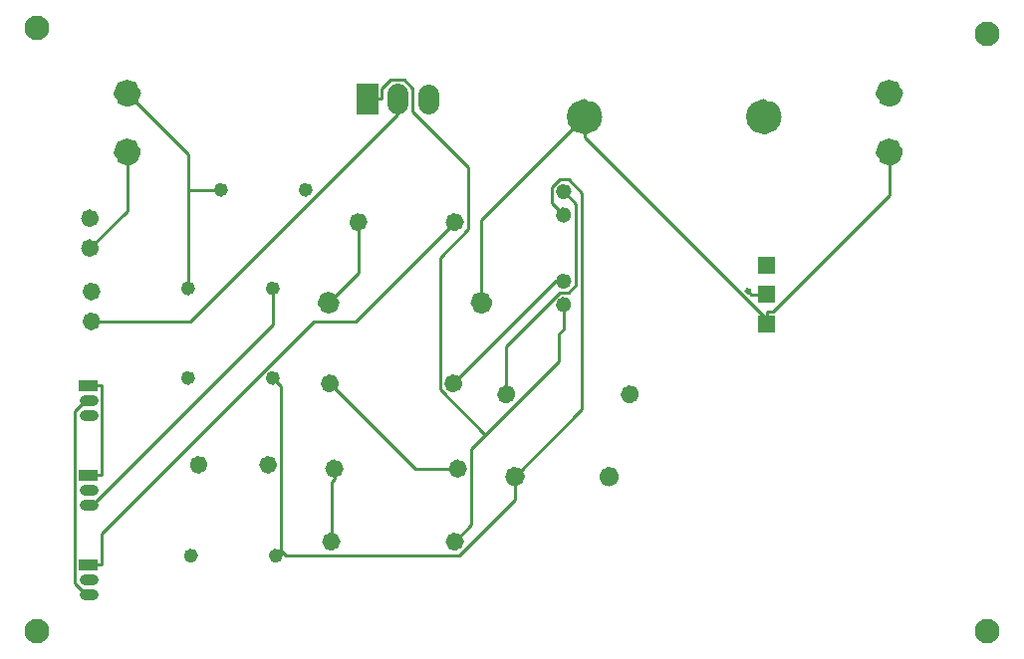
<source format=gbl>
%TF.GenerationSoftware,KiCad,Pcbnew,(6.0.7)*%
%TF.CreationDate,2023-02-05T18:06:45+01:00*%
%TF.ProjectId,projekt_fizike_panel_diellor,70726f6a-656b-4745-9f66-697a696b655f,rev?*%
%TF.SameCoordinates,Original*%
%TF.FileFunction,Copper,L2,Bot*%
%TF.FilePolarity,Positive*%
%FSLAX46Y46*%
G04 Gerber Fmt 4.6, Leading zero omitted, Abs format (unit mm)*
G04 Created by KiCad (PCBNEW (6.0.7)) date 2023-02-05 18:06:45*
%MOMM*%
%LPD*%
G01*
G04 APERTURE LIST*
%TA.AperFunction,NonConductor*%
%ADD10C,0.800000*%
%TD*%
%TA.AperFunction,NonConductor*%
%ADD11C,0.600000*%
%TD*%
%TA.AperFunction,NonConductor*%
%ADD12C,0.850000*%
%TD*%
%TA.AperFunction,NonConductor*%
%ADD13C,1.500000*%
%TD*%
%TA.AperFunction,NonConductor*%
%ADD14C,1.150000*%
%TD*%
%TA.AperFunction,NonConductor*%
%ADD15C,0.000000*%
%TD*%
%TA.AperFunction,NonConductor*%
%ADD16C,0.650000*%
%TD*%
%TA.AperFunction,NonConductor*%
%ADD17C,0.939800*%
%TD*%
%TA.AperFunction,NonConductor*%
%ADD18C,0.762000*%
%TD*%
%TA.AperFunction,NonConductor*%
%ADD19C,0.305000*%
%TD*%
%TA.AperFunction,ViaPad*%
%ADD20C,2.100000*%
%TD*%
%TA.AperFunction,Conductor*%
%ADD21C,0.900000*%
%TD*%
%TA.AperFunction,Conductor*%
%ADD22C,0.254000*%
%TD*%
%TA.AperFunction,Conductor*%
%ADD23C,1.800000*%
%TD*%
G04 APERTURE END LIST*
D10*
X110532120Y-80544420D02*
G75*
G03*
X110532120Y-80544420I-400000J0D01*
G01*
D11*
X105957150Y-77800200D02*
G75*
G03*
X105957150Y-77800200I-300000J0D01*
G01*
D12*
X123882210Y-102184200D02*
G75*
G03*
X123882210Y-102184200I-425000J0D01*
G01*
D13*
X130112210Y-71577200D02*
G75*
G03*
X130112210Y-71577200I-750000J0D01*
G01*
D14*
X91075210Y-74585330D02*
G75*
G03*
X91075210Y-74585330I-575000J0D01*
G01*
D15*
G36*
X111827190Y-71348200D02*
G01*
X110027190Y-71348200D01*
X110027190Y-68748200D01*
X111827190Y-68748200D01*
X111827190Y-71348200D01*
G37*
D10*
X118739110Y-107722420D02*
G75*
G03*
X118739110Y-107722420I-400000J0D01*
G01*
D11*
X96217260Y-108915200D02*
G75*
G03*
X96217260Y-108915200I-300000J0D01*
G01*
D14*
X155845210Y-74585330D02*
G75*
G03*
X155845210Y-74585330I-575000J0D01*
G01*
D15*
G36*
X87998210Y-110127200D02*
G01*
X86398210Y-110127200D01*
X86398210Y-109227200D01*
X87998210Y-109227200D01*
X87998210Y-110127200D01*
G37*
D16*
X127909210Y-77943210D02*
G75*
G03*
X127909210Y-77943210I-325000J0D01*
G01*
D17*
X108074970Y-87402420D02*
G75*
G03*
X108074970Y-87402420I-469900J0D01*
G01*
D10*
X108112010Y-94260420D02*
G75*
G03*
X108112010Y-94260420I-400000J0D01*
G01*
D15*
G36*
X145567410Y-89890610D02*
G01*
X144145010Y-89890610D01*
X144145010Y-88468210D01*
X145567410Y-88468210D01*
X145567410Y-89890610D01*
G37*
G36*
X87998210Y-102507200D02*
G01*
X86398210Y-102507200D01*
X86398210Y-101607200D01*
X87998210Y-101607200D01*
X87998210Y-102507200D01*
G37*
D14*
X91075210Y-69585340D02*
G75*
G03*
X91075210Y-69585340I-575000J0D01*
G01*
D11*
X103163150Y-86182200D02*
G75*
G03*
X103163150Y-86182200I-300000J0D01*
G01*
X98757260Y-77800200D02*
G75*
G03*
X98757260Y-77800200I-300000J0D01*
G01*
D10*
X118732250Y-80544420D02*
G75*
G03*
X118732250Y-80544420I-400000J0D01*
G01*
D18*
X102848160Y-101168200D02*
G75*
G03*
X102848160Y-101168200I-381000J0D01*
G01*
D13*
X145352210Y-71577200D02*
G75*
G03*
X145352210Y-71577200I-750000J0D01*
G01*
D10*
X123115280Y-95199200D02*
G75*
G03*
X123115280Y-95199200I-400000J0D01*
G01*
X118993110Y-101499420D02*
G75*
G03*
X118993110Y-101499420I-400000J0D01*
G01*
D16*
X127909210Y-85563210D02*
G75*
G03*
X127909210Y-85563210I-325000J0D01*
G01*
D12*
X131882200Y-102184200D02*
G75*
G03*
X131882200Y-102184200I-425000J0D01*
G01*
D18*
X87706210Y-82753200D02*
G75*
G03*
X87706210Y-82753200I-381000J0D01*
G01*
D15*
G36*
X87998210Y-94887200D02*
G01*
X86398210Y-94887200D01*
X86398210Y-93987200D01*
X87998210Y-93987200D01*
X87998210Y-94887200D01*
G37*
D18*
X87833210Y-88976200D02*
G75*
G03*
X87833210Y-88976200I-381000J0D01*
G01*
D10*
X108493010Y-101499420D02*
G75*
G03*
X108493010Y-101499420I-400000J0D01*
G01*
D18*
X96948250Y-101168200D02*
G75*
G03*
X96948250Y-101168200I-381000J0D01*
G01*
X87833210Y-86436200D02*
G75*
G03*
X87833210Y-86436200I-381000J0D01*
G01*
D11*
X95963260Y-93802200D02*
G75*
G03*
X95963260Y-93802200I-300000J0D01*
G01*
D15*
G36*
X145567410Y-87401400D02*
G01*
X144145010Y-87401400D01*
X144145010Y-85979000D01*
X145567410Y-85979000D01*
X145567410Y-87401400D01*
G37*
D16*
X127909210Y-87563200D02*
G75*
G03*
X127909210Y-87563200I-325000J0D01*
G01*
D10*
X133615390Y-95199200D02*
G75*
G03*
X133615390Y-95199200I-400000J0D01*
G01*
D16*
X127909210Y-79943200D02*
G75*
G03*
X127909210Y-79943200I-325000J0D01*
G01*
D11*
X103163150Y-93802200D02*
G75*
G03*
X103163150Y-93802200I-300000J0D01*
G01*
D15*
G36*
X145567410Y-84912200D02*
G01*
X144145010Y-84912200D01*
X144145010Y-83489800D01*
X145567410Y-83489800D01*
X145567410Y-84912200D01*
G37*
D11*
X95963260Y-86182200D02*
G75*
G03*
X95963260Y-86182200I-300000J0D01*
G01*
D10*
X118612110Y-94260420D02*
G75*
G03*
X118612110Y-94260420I-400000J0D01*
G01*
D14*
X155845210Y-69585340D02*
G75*
G03*
X155845210Y-69585340I-575000J0D01*
G01*
D17*
X121075200Y-87402420D02*
G75*
G03*
X121075200Y-87402420I-469900J0D01*
G01*
D18*
X87706210Y-80213200D02*
G75*
G03*
X87706210Y-80213200I-381000J0D01*
G01*
D11*
X103417150Y-108915200D02*
G75*
G03*
X103417150Y-108915200I-300000J0D01*
G01*
D10*
X108239010Y-107722420D02*
G75*
G03*
X108239010Y-107722420I-400000J0D01*
G01*
D19*
X143402490Y-86394020D02*
G75*
G03*
X143402490Y-86394020I-152500J0D01*
G01*
D20*
X163576000Y-64516000D03*
X163576000Y-115316000D03*
X82804000Y-115316000D03*
X82804000Y-64008000D03*
D21*
X87548220Y-95707200D02*
X86848220Y-95707200D01*
D22*
X144709980Y-88683060D02*
X144856280Y-88683060D01*
X129153240Y-78040720D02*
X129153240Y-96488230D01*
X107712080Y-94260400D02*
X114951080Y-101499400D01*
X119753210Y-106308380D02*
X119753210Y-99812580D01*
X129153240Y-96488230D02*
X123457290Y-102184180D01*
X95663340Y-77800180D02*
X98457340Y-77800180D01*
D23*
X116047270Y-69658030D02*
X116047270Y-70458030D01*
D22*
X155270280Y-74585300D02*
X155270280Y-78269060D01*
X118702410Y-108910860D02*
X123457290Y-104155980D01*
X128652860Y-85909130D02*
X128652860Y-79011760D01*
X128013540Y-76901020D02*
X129153240Y-78040720D01*
X117068680Y-83561660D02*
X119492860Y-81137490D01*
X110132200Y-84875350D02*
X110132200Y-80544400D01*
X112108570Y-69162150D02*
X112108570Y-70048100D01*
X107839080Y-102645950D02*
X107839080Y-107722400D01*
X127210140Y-92355650D02*
X120938880Y-98626910D01*
X120938880Y-98626910D02*
X117068680Y-94756970D01*
X87554900Y-104597180D02*
X87198280Y-104597180D01*
X144856280Y-86690180D02*
X143546150Y-86690180D01*
X108093080Y-101499400D02*
X108093080Y-102391950D01*
X109877180Y-88999550D02*
X118332330Y-80544400D01*
X110927220Y-70048100D02*
X112108570Y-70048100D01*
X127210140Y-90022410D02*
X127210140Y-92355650D01*
D21*
X87548220Y-112217200D02*
X86848220Y-112217200D01*
D22*
X86982640Y-112217180D02*
X86010830Y-111245380D01*
X120605380Y-87402400D02*
X120605380Y-80334080D01*
X144856280Y-89179380D02*
X144856280Y-88683060D01*
D21*
X87548220Y-110947200D02*
X86848220Y-110947200D01*
D22*
X114762360Y-71116170D02*
X114762360Y-69156810D01*
X87198280Y-112217180D02*
X86982640Y-112217180D01*
X155270280Y-78269060D02*
X145352340Y-88187000D01*
X119492860Y-75846670D02*
X114762360Y-71116170D01*
X118212190Y-94260400D02*
X126909400Y-85563180D01*
X120605380Y-80334080D02*
X129362280Y-71577180D01*
D21*
X87548220Y-103327200D02*
X86848220Y-103327200D01*
D22*
X103117220Y-108915180D02*
X103549020Y-108483380D01*
X103549020Y-108483380D02*
X103549020Y-94487980D01*
X88279560Y-94437180D02*
X88279560Y-102057180D01*
X127267290Y-86563180D02*
X127998810Y-86563180D01*
X144856280Y-88683060D02*
X144856280Y-88187000D01*
X114762360Y-69156810D02*
X114029320Y-68423770D01*
X123457290Y-104155980D02*
X123457290Y-102184180D01*
X102863220Y-86182180D02*
X102863220Y-89288850D01*
X102863220Y-89288850D02*
X87554900Y-104597180D01*
X118339190Y-107722400D02*
X119753210Y-106308380D01*
X126569550Y-77559390D02*
X127227920Y-76901020D01*
X145352340Y-88187000D02*
X144856280Y-88187000D01*
X129362280Y-73335370D02*
X144709980Y-88683060D01*
X127998810Y-86563180D02*
X128652860Y-85909130D01*
X103549020Y-108483380D02*
X103976510Y-108910860D01*
X108093080Y-102391950D02*
X107839080Y-102645950D01*
X86962060Y-95707180D02*
X87198280Y-95707180D01*
D21*
X87548220Y-96977200D02*
X86848220Y-96977200D01*
D22*
X103549020Y-94487980D02*
X102863220Y-93802180D01*
X119492860Y-81137490D02*
X119492860Y-75846670D01*
X90500280Y-69585310D02*
X95663340Y-74748370D01*
X87452280Y-88976180D02*
X95838600Y-88976180D01*
X114951080Y-101499400D02*
X118593190Y-101499400D01*
X87198280Y-102057180D02*
X88279560Y-102057180D01*
X90500280Y-79578180D02*
X87325280Y-82753180D01*
X126909400Y-85563180D02*
X127584280Y-85563180D01*
X107605150Y-87402400D02*
X110132200Y-84875350D01*
X127227920Y-76901020D02*
X128013540Y-76901020D01*
X129362280Y-71577180D02*
X129362280Y-73335370D01*
X103976510Y-108910860D02*
X118702410Y-108910860D01*
X126569550Y-78928450D02*
X126569550Y-77559390D01*
X127584280Y-89648260D02*
X127210140Y-90022410D01*
X95663340Y-77800180D02*
X95663340Y-86182180D01*
X113467220Y-71347560D02*
X113467220Y-70048100D01*
X88279560Y-109677180D02*
X88279560Y-107071900D01*
X114029320Y-68423770D02*
X112846950Y-68423770D01*
X95838600Y-88976180D02*
X113467220Y-71347560D01*
X127584280Y-79943180D02*
X126569550Y-78928450D01*
X87198280Y-94437180D02*
X88279560Y-94437180D01*
X95663340Y-74748370D02*
X95663340Y-77800180D01*
D21*
X87548220Y-104597200D02*
X86848220Y-104597200D01*
D22*
X86010830Y-96658410D02*
X86962060Y-95707180D01*
D23*
X113467140Y-69648130D02*
X113467140Y-70448120D01*
D22*
X117068680Y-94756970D02*
X117068680Y-83561660D01*
X119753210Y-99812580D02*
X120938880Y-98626910D01*
X128652860Y-79011760D02*
X127584280Y-77943180D01*
X112846950Y-68423770D02*
X112108570Y-69162150D01*
X122715360Y-95199180D02*
X122715360Y-91115110D01*
X86010830Y-111245380D02*
X86010830Y-96658410D01*
X106351910Y-88999550D02*
X109877180Y-88999550D01*
X88279560Y-107071900D02*
X106351910Y-88999550D01*
X143546150Y-86690180D02*
X143249990Y-86394020D01*
X90500280Y-74585300D02*
X90500280Y-79578180D01*
X87198280Y-109677180D02*
X88279560Y-109677180D01*
X122715360Y-91115110D02*
X127267290Y-86563180D01*
X127584280Y-87563180D02*
X127584280Y-89648260D01*
M02*

</source>
